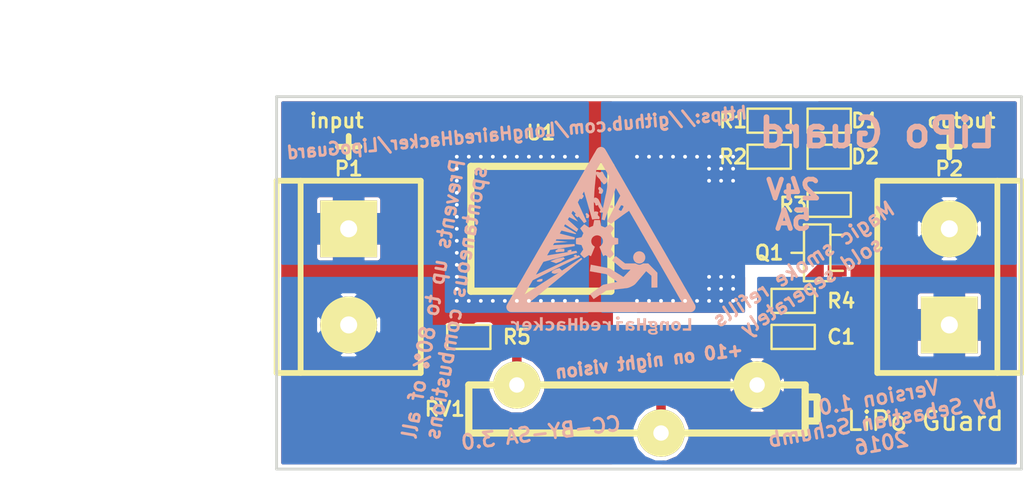
<source format=kicad_pcb>
(kicad_pcb (version 4) (host pcbnew 4.0.4-stable)
  (layers (0 F.Cu signal hide) (31 B.Cu signal) (34 B.Paste user) (35 F.Paste user) (36 B.SilkS user) (37 F.SilkS user) (38 B.Mask user) (39 F.Mask user) (44 Edge.Cuts user))
  (net 0 "")
  (net 1 VCC)
  (net 2 GND)
  (net 3 "Net-(D1-Pad1)")
  (net 4 "Net-(D2-Pad1)")
  (net 5 "Net-(P2-Pad2)")
  (net 6 "Net-(R3-Pad1)")
  (net 7 "Net-(Q1-Pad2)")
  (net 8 "Net-(Q1-Pad3)")
  (net 9 "Net-(C1-Pad1)")
  (net 10 "Net-(R5-Pad2)")
  (module to252-5:TO252-5L (layer F.Cu) (at 140.97 71.755 90)
    (fp_text reference U1 (at 5.08 0 180) (layer F.SilkS) (effects (font (size 0.75 0.75))))
    (fp_text value BTS6143 hide)
    (pad 3 smd rect (at 0 0 90) (size 6.25094 6.79958) (layers F.Cu F.Paste F.Mask) (net 1 VCC) (clearance 0.14986))
    (pad 1 smd rect (at -2.54 6.59892 90) (size 0.81026 2.99974) (layers F.Cu F.Paste F.Mask) (net 5 "Net-(P2-Pad2)"))
    (pad 2 smd rect (at -1.27 6.59892 90) (size 0.81026 2.99974) (layers F.Cu F.Paste F.Mask) (net 8 "Net-(Q1-Pad3)"))
    (pad 4 smd rect (at 1.27 6.59892 90) (size 0.81026 2.99974) (layers F.Cu F.Paste F.Mask) (net 6 "Net-(R3-Pad1)"))
    (pad 5 smd rect (at 2.54 6.59892 90) (size 0.81026 2.99974) (layers F.Cu F.Paste F.Mask) (net 5 "Net-(P2-Pad2)"))
  )
  (module connect:bornier2 (layer F.Cu) (at 162.56 74.295 90)
    (fp_text reference P2 (at 5.715 0 180) (layer F.SilkS) (effects (font (size 0.75 0.75))))
    (fp_text value CONN_2 hide)
    (pad 1 thru_hole rect (at -2.54 0 90) (size 3 3) (drill 0.9) (layers *.Cu *.Mask F.SilkS) (net 2 GND))
    (pad 2 thru_hole circle (at 2.54 0 90) (size 3 3) (drill 0.9) (layers *.Cu *.Mask F.SilkS) (net 5 "Net-(P2-Pad2)"))
  )
  (module libcms:SM0603 (layer F.Cu) (at 156.21 66.04)
    (fp_text reference D1 (at 1.905 0) (layer F.SilkS) (effects (font (size 0.75 0.75))))
    (fp_text value LED hide)
    (pad 1 smd rect (at -0.762 0) (size 0.635 1.143) (layers F.Cu F.Paste F.Mask) (net 3 "Net-(D1-Pad1)"))
    (pad 2 smd rect (at 0.762 0) (size 0.635 1.143) (layers F.Cu F.Paste F.Mask) (net 2 GND))
  )
  (module libcms:SM0603 (layer F.Cu) (at 156.21 67.945)
    (fp_text reference D2 (at 1.905 0) (layer F.SilkS) (effects (font (size 0.75 0.75))))
    (fp_text value LED hide)
    (pad 1 smd rect (at -0.762 0) (size 0.635 1.143) (layers F.Cu F.Paste F.Mask) (net 4 "Net-(D2-Pad1)"))
    (pad 2 smd rect (at 0.762 0) (size 0.635 1.143) (layers F.Cu F.Paste F.Mask) (net 2 GND))
  )
  (module connect:bornier2 (layer F.Cu) (at 130.81 74.295 270)
    (fp_text reference P1 (at -5.715 0 360) (layer F.SilkS) (effects (font (size 0.75 0.75))))
    (fp_text value CONN_2 hide)
    (pad 1 thru_hole rect (at -2.54 0 270) (size 3 3) (drill 0.9) (layers *.Cu *.Mask F.SilkS) (net 1 VCC))
    (pad 2 thru_hole circle (at 2.54 0 270) (size 3 3) (drill 0.9) (layers *.Cu *.Mask F.SilkS) (net 2 GND))
  )
  (module libcms:SM0603 (layer F.Cu) (at 153.035 66.04)
    (fp_text reference R1 (at -1.905 0) (layer F.SilkS) (effects (font (size 0.75 0.75))))
    (fp_text value R hide)
    (pad 1 smd rect (at -0.762 0) (size 0.635 1.143) (layers F.Cu F.Paste F.Mask) (net 1 VCC))
    (pad 2 smd rect (at 0.762 0) (size 0.635 1.143) (layers F.Cu F.Paste F.Mask) (net 3 "Net-(D1-Pad1)"))
  )
  (module libcms:SM0603 (layer F.Cu) (at 153.035 67.945)
    (fp_text reference R2 (at -1.905 0) (layer F.SilkS) (effects (font (size 0.75 0.75))))
    (fp_text value R hide)
    (pad 1 smd rect (at -0.762 0) (size 0.635 1.143) (layers F.Cu F.Paste F.Mask) (net 5 "Net-(P2-Pad2)"))
    (pad 2 smd rect (at 0.762 0) (size 0.635 1.143) (layers F.Cu F.Paste F.Mask) (net 4 "Net-(D2-Pad1)"))
  )
  (module libcms:SM0603 (layer F.Cu) (at 154.305 75.565)
    (fp_text reference R4 (at 2.54 0) (layer F.SilkS) (effects (font (size 0.75 0.75))))
    (fp_text value 4.7k hide)
    (pad 1 smd rect (at -0.762 0) (size 0.635 1.143) (layers F.Cu F.Paste F.Mask) (net 9 "Net-(C1-Pad1)"))
    (pad 2 smd rect (at 0.762 0) (size 0.635 1.143) (layers F.Cu F.Paste F.Mask) (net 7 "Net-(Q1-Pad2)"))
  )
  (module libcms:SM0603 (layer F.Cu) (at 156.21 70.485)
    (fp_text reference R3 (at -1.905 0) (layer F.SilkS) (effects (font (size 0.75 0.75))))
    (fp_text value R hide)
    (pad 1 smd rect (at -0.762 0) (size 0.635 1.143) (layers F.Cu F.Paste F.Mask) (net 6 "Net-(R3-Pad1)"))
    (pad 2 smd rect (at 0.762 0) (size 0.635 1.143) (layers F.Cu F.Paste F.Mask) (net 2 GND))
  )
  (module misc:trimmer1 (layer F.Cu) (at 146.05 81.28 180)
    (fp_text reference RV1 (at 10.16 0 180) (layer F.SilkS) (effects (font (size 0.75 0.75))))
    (fp_text value 5k hide)
    (pad 1 thru_hole circle (at -6.35 1.27 180) (size 2.49936 2.49936) (drill 0.8128) (layers *.Cu *.Mask F.SilkS) (net 2 GND))
    (pad 2 thru_hole circle (at -1.27 -1.27 180) (size 2.49936 2.49936) (drill 0.8128) (layers *.Cu *.Mask F.SilkS) (net 9 "Net-(C1-Pad1)"))
    (pad 3 thru_hole circle (at 6.35 1.27 180) (size 2.49936 2.49936) (drill 0.8128) (layers *.Cu *.Mask F.SilkS) (net 10 "Net-(R5-Pad2)"))
  )
  (module misc:sot23BEC (layer F.Cu) (at 155.575 73.025 90)
    (fp_text reference Q1 (at 0 -2.54 180) (layer F.SilkS) (effects (font (size 0.75 0.75))))
    (fp_text value "BC 850C" hide)
    (pad 2 smd rect (at -0.9525 1.05664 90) (size 0.59944 1.00076) (layers F.Cu F.Paste F.Mask) (net 7 "Net-(Q1-Pad2)"))
    (pad 3 smd rect (at 0 -1.05664 90) (size 0.59944 1.00076) (layers F.Cu F.Paste F.Mask) (net 8 "Net-(Q1-Pad3)"))
    (pad 1 smd rect (at 0.9525 1.05664 90) (size 0.59944 1.00076) (layers F.Cu F.Paste F.Mask) (net 2 GND))
  )
  (module libcms:SM0603 (layer F.Cu) (at 154.305 77.47)
    (fp_text reference C1 (at 2.54 0) (layer F.SilkS) (effects (font (size 0.75 0.75))))
    (fp_text value 100nf hide)
    (pad 1 smd rect (at -0.762 0) (size 0.635 1.143) (layers F.Cu F.Paste F.Mask) (net 9 "Net-(C1-Pad1)"))
    (pad 2 smd rect (at 0.762 0) (size 0.635 1.143) (layers F.Cu F.Paste F.Mask) (net 2 GND))
  )
  (module libcms:SM0603 (layer F.Cu) (at 137.16 77.47)
    (fp_text reference R5 (at 2.54 0) (layer F.SilkS) (effects (font (size 0.75 0.75))))
    (fp_text value 10k hide)
    (pad 1 smd rect (at -0.762 0) (size 0.635 1.143) (layers F.Cu F.Paste F.Mask) (net 1 VCC))
    (pad 2 smd rect (at 0.762 0) (size 0.635 1.143) (layers F.Cu F.Paste F.Mask) (net 10 "Net-(R5-Pad2)"))
  )
  (module misc:logo_hacker_silkbot_10_00mm (layer B.Cu) (at 144.145 72.39 180)
    (fp_text reference G*** hide)
    (fp_text value logo_hacker_silkbot_10_00mm hide)
  )
  (gr_text output (at 163.195 66.04) (layer F.SilkS) (effects (font (size 0.75 0.75))))
  (gr_text input (at 130.175 66.04) (layer F.SilkS) (effects (font (size 0.75 0.75))))
  (gr_text "LiPo Guard" (at 161.29 81.915) (layer F.SilkS) (effects (font (size 1 1))))
  (gr_text "CC-BY-SA 3.0" (at 140.97 82.55 7) (layer B.SilkS) (effects (font (size 0.75 0.75)) (justify mirror)))
  (gr_text "+10 on night vision" (at 146.685 78.74 7) (layer B.SilkS) (effects (font (size 0.65 0.65) (thickness 0.1625)) (justify mirror)))
  (gr_text https://github.com/LongHairedHacker/LipoGuard (at 139.7 66.675 5) (layer B.SilkS) (effects (font (size 0.65 0.65)) (justify mirror)))
  (gr_text "24V\n5A" (at 154.305 70.485) (layer B.SilkS) (effects (font (size 1 1) (thickness 0.25)) (justify mirror)))
  (gr_text "Prevents up to 80% of all\nspontaneous combustions" (at 135.89 75.565 80) (layer B.SilkS) (effects (font (size 0.75 0.75)) (justify mirror)))
  (gr_text "Magic smoke refills \nsold seperately" (at 154.94 74.295 33) (layer B.SilkS) (effects (font (size 0.75 0.75)) (justify mirror)))
  (gr_text "Version 1.0 \nby Sebastian Schumb \n2016" (at 158.75 81.915 10) (layer B.SilkS) (effects (font (size 0.75 0.75)) (justify mirror)))
  (gr_text + (at 162.56 67.31) (layer F.SilkS) (effects (font (size 1.5 1.5) (thickness 0.3))))
  (gr_text + (at 130.81 67.31) (layer F.SilkS) (effects (font (size 1.5 1.5) (thickness 0.3))))
  (gr_text "LiPo Guard" (at 158.75 66.675) (layer B.SilkS) (effects (font (size 1.5 1.5) (thickness 0.3)) (justify mirror)))
  (gr_line (start 166.37 64.77) (end 127 64.77) (angle 90) (layer Edge.Cuts) (width 0.15))
  (gr_line (start 127 84.455) (end 166.37 84.455) (angle 90) (layer Edge.Cuts) (width 0.15))
  (gr_line (start 127 64.77) (end 127 84.455) (angle 90) (layer Edge.Cuts) (width 0.15))
  (gr_line (start 166.37 64.77) (end 166.37 84.455) (angle 90) (layer Edge.Cuts) (width 0.15))
  (via (at 141.605 75.565) (size 0.6) (drill 0.2) (layers F.Cu B.Cu) (net 1))
  (via (at 140.97 75.565) (size 0.6) (drill 0.2) (layers F.Cu B.Cu) (net 1))
  (via (at 140.335 75.565) (size 0.6) (drill 0.2) (layers F.Cu B.Cu) (net 1))
  (via (at 139.7 75.565) (size 0.6) (drill 0.2) (layers F.Cu B.Cu) (net 1))
  (via (at 139.065 75.565) (size 0.6) (drill 0.2) (layers F.Cu B.Cu) (net 1))
  (via (at 138.43 75.565) (size 0.6) (drill 0.2) (layers F.Cu B.Cu) (net 1))
  (via (at 137.795 75.565) (size 0.6) (drill 0.2) (layers F.Cu B.Cu) (net 1))
  (via (at 137.16 75.565) (size 0.6) (drill 0.2) (layers F.Cu B.Cu) (net 1))
  (via (at 136.525 75.565) (size 0.6) (drill 0.2) (layers F.Cu B.Cu) (net 1))
  (via (at 136.525 74.93) (size 0.6) (drill 0.2) (layers F.Cu B.Cu) (net 1))
  (via (at 136.525 74.295) (size 0.6) (drill 0.2) (layers F.Cu B.Cu) (net 1))
  (via (at 136.525 73.66) (size 0.6) (drill 0.2) (layers F.Cu B.Cu) (net 1))
  (via (at 136.525 73.025) (size 0.6) (drill 0.2) (layers F.Cu B.Cu) (net 1))
  (via (at 136.525 72.39) (size 0.6) (drill 0.2) (layers F.Cu B.Cu) (net 1))
  (via (at 136.525 71.755) (size 0.6) (drill 0.2) (layers F.Cu B.Cu) (net 1))
  (via (at 136.525 71.12) (size 0.6) (drill 0.2) (layers F.Cu B.Cu) (net 1))
  (via (at 136.525 70.485) (size 0.6) (drill 0.2) (layers F.Cu B.Cu) (net 1))
  (via (at 136.525 69.85) (size 0.6) (drill 0.2) (layers F.Cu B.Cu) (net 1))
  (via (at 136.525 69.215) (size 0.6) (drill 0.2) (layers F.Cu B.Cu) (net 1))
  (via (at 136.525 68.58) (size 0.6) (drill 0.2) (layers F.Cu B.Cu) (net 1))
  (via (at 136.525 67.945) (size 0.6) (drill 0.2) (layers F.Cu B.Cu) (net 1))
  (via (at 142.24 75.565) (size 0.6) (drill 0.2) (layers F.Cu B.Cu) (net 1))
  (via (at 142.875 75.565) (size 0.6) (drill 0.2) (layers F.Cu B.Cu) (net 1))
  (segment (start 140.97 75.565) (end 141.605 75.565) (width 0.5) (layer F.Cu) (net 1))
  (segment (start 141.605 75.565) (end 142.24 75.565) (width 0.5) (layer F.Cu) (net 1))
  (segment (start 142.24 75.565) (end 142.875 75.565) (width 0.5) (layer F.Cu) (net 1))
  (segment (start 140.97 71.755) (end 136.525 71.755) (width 0.5) (layer F.Cu) (net 1))
  (segment (start 140.97 75.565) (end 140.97 71.755) (width 0.5) (layer F.Cu) (net 1))
  (segment (start 137.16 67.945) (end 136.525 67.945) (width 0.5) (layer F.Cu) (net 1))
  (segment (start 136.525 67.945) (end 136.525 68.58) (width 0.5) (layer F.Cu) (net 1))
  (segment (start 136.525 68.58) (end 136.525 69.215) (width 0.5) (layer F.Cu) (net 1))
  (segment (start 136.525 69.215) (end 136.525 69.85) (width 0.5) (layer F.Cu) (net 1))
  (segment (start 136.525 69.85) (end 136.525 70.485) (width 0.5) (layer F.Cu) (net 1))
  (segment (start 136.525 70.485) (end 136.525 71.12) (width 0.5) (layer F.Cu) (net 1))
  (segment (start 136.525 71.12) (end 136.525 71.755) (width 0.5) (layer F.Cu) (net 1))
  (via (at 137.16 67.945) (size 0.6) (drill 0.2) (layers F.Cu B.Cu) (net 1))
  (segment (start 137.16 67.945) (end 137.795 67.945) (width 0.5) (layer F.Cu) (net 1))
  (segment (start 138.43 67.945) (end 137.795 67.945) (width 0.5) (layer F.Cu) (net 1))
  (segment (start 139.065 67.945) (end 138.43 67.945) (width 0.5) (layer F.Cu) (net 1))
  (segment (start 139.7 67.945) (end 139.065 67.945) (width 0.5) (layer F.Cu) (net 1))
  (segment (start 140.335 67.945) (end 139.7 67.945) (width 0.5) (layer F.Cu) (net 1))
  (segment (start 140.97 67.945) (end 140.335 67.945) (width 0.5) (layer F.Cu) (net 1))
  (via (at 140.97 67.945) (size 0.6) (drill 0.2) (layers F.Cu B.Cu) (net 1))
  (via (at 140.335 67.945) (size 0.6) (drill 0.2) (layers F.Cu B.Cu) (net 1))
  (via (at 139.7 67.945) (size 0.6) (drill 0.2) (layers F.Cu B.Cu) (net 1))
  (via (at 139.065 67.945) (size 0.6) (drill 0.2) (layers F.Cu B.Cu) (net 1))
  (via (at 138.43 67.945) (size 0.6) (drill 0.2) (layers F.Cu B.Cu) (net 1))
  (via (at 137.795 67.945) (size 0.6) (drill 0.2) (layers F.Cu B.Cu) (net 1))
  (segment (start 140.97 67.945) (end 140.97 71.755) (width 0.5) (layer F.Cu) (net 1))
  (segment (start 136.525 75.565) (end 137.16 75.565) (width 0.5) (layer F.Cu) (net 1))
  (segment (start 137.16 75.565) (end 137.795 75.565) (width 0.5) (layer F.Cu) (net 1))
  (segment (start 137.795 75.565) (end 138.43 75.565) (width 0.5) (layer F.Cu) (net 1))
  (segment (start 138.43 75.565) (end 139.065 75.565) (width 0.5) (layer F.Cu) (net 1))
  (segment (start 139.065 75.565) (end 139.7 75.565) (width 0.5) (layer F.Cu) (net 1))
  (segment (start 139.7 75.565) (end 140.335 75.565) (width 0.5) (layer F.Cu) (net 1))
  (segment (start 140.335 75.565) (end 140.97 75.565) (width 0.5) (layer F.Cu) (net 1))
  (segment (start 136.525 71.755) (end 136.525 72.39) (width 0.5) (layer F.Cu) (net 1))
  (segment (start 136.525 72.39) (end 136.525 73.025) (width 0.5) (layer F.Cu) (net 1))
  (segment (start 136.525 73.025) (end 136.525 73.66) (width 0.5) (layer F.Cu) (net 1))
  (segment (start 136.525 73.66) (end 136.525 74.295) (width 0.5) (layer F.Cu) (net 1))
  (segment (start 136.525 74.295) (end 136.525 74.93) (width 0.5) (layer F.Cu) (net 1))
  (segment (start 136.525 74.93) (end 136.525 75.565) (width 0.5) (layer F.Cu) (net 1))
  (via (at 141.605 67.945) (size 0.6) (drill 0.2) (layers F.Cu B.Cu) (net 1))
  (via (at 142.24 67.945) (size 0.6) (drill 0.2) (layers F.Cu B.Cu) (net 1))
  (via (at 142.875 67.945) (size 0.6) (drill 0.2) (layers F.Cu B.Cu) (net 1))
  (segment (start 140.97 67.945) (end 141.605 67.945) (width 0.5) (layer F.Cu) (net 1))
  (segment (start 141.605 67.945) (end 142.24 67.945) (width 0.5) (layer F.Cu) (net 1))
  (segment (start 142.24 67.945) (end 142.875 67.945) (width 0.5) (layer F.Cu) (net 1))
  (segment (start 152.273 66.04) (end 142.24 66.04) (width 0.5) (layer F.Cu) (net 1))
  (segment (start 140.97 67.31) (end 140.97 67.945) (width 0.5) (layer F.Cu) (net 1))
  (segment (start 142.24 66.04) (end 140.97 67.31) (width 0.5) (layer F.Cu) (net 1))
  (segment (start 153.797 66.04) (end 155.448 66.04) (width 0.75) (layer F.Cu) (net 3))
  (segment (start 153.797 67.945) (end 155.448 67.945) (width 0.75) (layer F.Cu) (net 4))
  (via (at 150.495 69.215) (size 0.6) (drill 0.2) (layers F.Cu B.Cu) (net 5))
  (via (at 149.86 69.215) (size 0.6) (drill 0.2) (layers F.Cu B.Cu) (net 5))
  (via (at 149.86 74.295) (size 0.6) (drill 0.2) (layers F.Cu B.Cu) (net 5))
  (segment (start 151.13 74.93) (end 151.13 74.295) (width 0.5) (layer F.Cu) (net 5))
  (segment (start 150.495 74.295) (end 151.13 74.295) (width 0.5) (layer F.Cu) (net 5))
  (segment (start 150.495 74.295) (end 149.86 74.295) (width 0.5) (layer F.Cu) (net 5))
  (via (at 151.13 74.93) (size 0.6) (drill 0.2) (layers F.Cu B.Cu) (net 5))
  (via (at 151.13 74.295) (size 0.6) (drill 0.2) (layers F.Cu B.Cu) (net 5))
  (via (at 150.495 74.295) (size 0.6) (drill 0.2) (layers F.Cu B.Cu) (net 5))
  (via (at 149.86 74.93) (size 0.6) (drill 0.2) (layers F.Cu B.Cu) (net 5))
  (segment (start 149.86 74.93) (end 150.495 74.93) (width 0.5) (layer F.Cu) (net 5))
  (segment (start 150.495 74.93) (end 151.13 74.93) (width 0.5) (layer F.Cu) (net 5))
  (via (at 150.495 74.93) (size 0.6) (drill 0.2) (layers F.Cu B.Cu) (net 5))
  (via (at 151.13 75.565) (size 0.6) (drill 0.2) (layers F.Cu B.Cu) (net 5))
  (via (at 150.495 75.565) (size 0.6) (drill 0.2) (layers F.Cu B.Cu) (net 5))
  (via (at 149.86 75.565) (size 0.6) (drill 0.2) (layers F.Cu B.Cu) (net 5))
  (via (at 149.225 75.565) (size 0.6) (drill 0.2) (layers F.Cu B.Cu) (net 5))
  (via (at 148.59 75.565) (size 0.6) (drill 0.2) (layers F.Cu B.Cu) (net 5))
  (segment (start 148.59 75.565) (end 149.225 75.565) (width 0.5) (layer F.Cu) (net 5))
  (segment (start 149.225 75.565) (end 149.86 75.565) (width 0.5) (layer F.Cu) (net 5))
  (segment (start 149.86 75.565) (end 150.495 75.565) (width 0.5) (layer F.Cu) (net 5))
  (segment (start 151.13 75.565) (end 150.495 75.565) (width 0.5) (layer F.Cu) (net 5))
  (via (at 147.32 75.565) (size 0.6) (drill 0.2) (layers F.Cu B.Cu) (net 5))
  (via (at 147.955 75.565) (size 0.6) (drill 0.2) (layers F.Cu B.Cu) (net 5))
  (segment (start 147.955 75.565) (end 147.32 75.565) (width 0.5) (layer F.Cu) (net 5))
  (segment (start 147.955 75.565) (end 148.59 75.565) (width 0.5) (layer F.Cu) (net 5))
  (segment (start 151.13 74.93) (end 151.13 75.565) (width 0.5) (layer F.Cu) (net 5))
  (via (at 151.13 69.215) (size 0.6) (drill 0.2) (layers F.Cu B.Cu) (net 5))
  (via (at 151.13 68.58) (size 0.6) (drill 0.2) (layers F.Cu B.Cu) (net 5))
  (via (at 150.495 68.58) (size 0.6) (drill 0.2) (layers F.Cu B.Cu) (net 5))
  (segment (start 149.86 69.215) (end 150.495 69.215) (width 0.5) (layer F.Cu) (net 5))
  (segment (start 150.495 69.215) (end 151.13 69.215) (width 0.5) (layer F.Cu) (net 5))
  (segment (start 151.13 69.215) (end 151.13 68.58) (width 0.5) (layer F.Cu) (net 5))
  (segment (start 150.495 68.58) (end 151.13 68.58) (width 0.5) (layer F.Cu) (net 5))
  (segment (start 149.86 68.58) (end 150.495 68.58) (width 0.5) (layer F.Cu) (net 5))
  (via (at 149.86 68.58) (size 0.6) (drill 0.2) (layers F.Cu B.Cu) (net 5))
  (segment (start 151.13 68.58) (end 151.13 67.945) (width 0.5) (layer F.Cu) (net 5))
  (via (at 151.13 67.945) (size 0.6) (drill 0.2) (layers F.Cu B.Cu) (net 5))
  (segment (start 151.13 67.945) (end 150.495 67.945) (width 0.5) (layer F.Cu) (net 5))
  (segment (start 149.86 67.945) (end 150.495 67.945) (width 0.5) (layer F.Cu) (net 5))
  (segment (start 149.225 67.945) (end 149.86 67.945) (width 0.5) (layer F.Cu) (net 5))
  (segment (start 148.59 67.945) (end 149.225 67.945) (width 0.5) (layer F.Cu) (net 5))
  (segment (start 147.955 67.945) (end 148.59 67.945) (width 0.5) (layer F.Cu) (net 5))
  (segment (start 147.32 67.945) (end 147.955 67.945) (width 0.5) (layer F.Cu) (net 5))
  (via (at 147.32 67.945) (size 0.6) (drill 0.2) (layers F.Cu B.Cu) (net 5))
  (via (at 147.955 67.945) (size 0.6) (drill 0.2) (layers F.Cu B.Cu) (net 5))
  (via (at 148.59 67.945) (size 0.6) (drill 0.2) (layers F.Cu B.Cu) (net 5))
  (via (at 149.225 67.945) (size 0.6) (drill 0.2) (layers F.Cu B.Cu) (net 5))
  (via (at 149.86 67.945) (size 0.6) (drill 0.2) (layers F.Cu B.Cu) (net 5))
  (via (at 150.495 67.945) (size 0.6) (drill 0.2) (layers F.Cu B.Cu) (net 5))
  (via (at 146.685 75.565) (size 0.6) (drill 0.2) (layers F.Cu B.Cu) (net 5))
  (segment (start 146.685 75.565) (end 147.32 75.565) (width 0.5) (layer F.Cu) (net 5))
  (via (at 146.05 75.565) (size 0.6) (drill 0.2) (layers F.Cu B.Cu) (net 5))
  (segment (start 146.05 75.565) (end 146.685 75.565) (width 0.5) (layer F.Cu) (net 5))
  (segment (start 147.56892 75.31608) (end 147.32 75.565) (width 0.5) (layer F.Cu) (net 5))
  (segment (start 147.56892 74.295) (end 147.56892 75.31608) (width 0.5) (layer F.Cu) (net 5))
  (segment (start 149.86 69.215) (end 147.56892 69.215) (width 0.5) (layer F.Cu) (net 5))
  (via (at 146.685 67.945) (size 0.6) (drill 0.2) (layers F.Cu B.Cu) (net 5))
  (via (at 146.05 67.945) (size 0.6) (drill 0.2) (layers F.Cu B.Cu) (net 5))
  (segment (start 146.05 67.945) (end 146.685 67.945) (width 0.5) (layer F.Cu) (net 5))
  (segment (start 146.685 67.945) (end 147.32 67.945) (width 0.5) (layer F.Cu) (net 5))
  (segment (start 147.56892 68.19392) (end 147.32 67.945) (width 0.5) (layer F.Cu) (net 5))
  (segment (start 147.56892 68.19392) (end 147.56892 69.215) (width 0.5) (layer F.Cu) (net 5))
  (segment (start 147.56892 70.485) (end 155.448 70.485) (width 0.5) (layer F.Cu) (net 6))
  (segment (start 156.63164 73.9775) (end 156.63164 75.14336) (width 0.5) (layer F.Cu) (net 7))
  (segment (start 156.21 75.565) (end 155.067 75.565) (width 0.5) (layer F.Cu) (net 7))
  (segment (start 156.63164 75.14336) (end 156.21 75.565) (width 0.5) (layer F.Cu) (net 7))
  (segment (start 147.56892 73.025) (end 154.51836 73.025) (width 0.5) (layer F.Cu) (net 8))
  (segment (start 153.543 77.47) (end 149.225 77.47) (width 0.5) (layer F.Cu) (net 9))
  (segment (start 147.32 79.375) (end 149.225 77.47) (width 0.5) (layer F.Cu) (net 9))
  (segment (start 147.32 79.375) (end 147.32 82.55) (width 0.5) (layer F.Cu) (net 9))
  (segment (start 153.543 75.565) (end 153.543 77.47) (width 0.5) (layer F.Cu) (net 9))
  (segment (start 139.7 80.01) (end 139.7 78.105) (width 0.5) (layer F.Cu) (net 10))
  (segment (start 139.065 77.47) (end 137.922 77.47) (width 0.5) (layer F.Cu) (net 10))
  (segment (start 139.7 78.105) (end 139.065 77.47) (width 0.5) (layer F.Cu) (net 10))
  (zone (net 1) (net_name VCC) (layer F.Cu) (connect_pads (clearance 0.17)) (min_thickness 0.17) (fill yes (arc_segments 16) (thermal_gap 0.17) (thermal_bridge_width 2))
    (polygon (pts (xy 127 64.77) (xy 127 84.455) (xy 144.78 84.455) (xy 144.78 64.77)))
  )
  (zone (net 5) (net_name "Net-(P2-Pad2)") (layer B.Cu) (connect_pads (clearance 0.17)) (min_thickness 0.17) (fill yes (arc_segments 16) (thermal_gap 0.17) (thermal_bridge_width 2))
    (polygon (pts (xy 166.37 73.66) (xy 151.765 73.66) (xy 151.765 76.2) (xy 144.145 76.2) (xy 144.145 64.77) (xy 166.37 64.77)))
  )
  (zone (net 1) (net_name VCC) (layer B.Cu) (connect_pads (clearance 0.17)) (min_thickness 0.17) (fill yes (arc_segments 16) (thermal_gap 0.17) (thermal_bridge_width 2))
    (polygon (pts (xy 127 64.77) (xy 143.51 64.77) (xy 143.51 76.2) (xy 135.89 76.2) (xy 135.89 73.66) (xy 127 73.66)))
  )
  (zone (net 2) (net_name GND) (layer B.Cu) (connect_pads (clearance 0.17)) (min_thickness 0.17) (fill yes (arc_segments 16) (thermal_gap 0.17) (thermal_bridge_width 2))
    (polygon (pts (xy 127 74.295) (xy 135.255 74.295) (xy 135.255 76.835) (xy 152.4 76.835) (xy 152.4 74.295) (xy 166.37 74.295) (xy 166.37 84.455) (xy 127 84.455)))
  )
  (zone (net 5) (net_name "Net-(P2-Pad2)") (layer F.Cu) (connect_pads (clearance 0.17)) (min_thickness 0.17) (fill yes (arc_segments 16) (thermal_gap 0.17) (thermal_bridge_width 2))
    (polygon (pts (xy 145.415 67.945) (xy 145.415 69.85) (xy 152.4 69.85) (xy 153.035 69.215) (xy 153.035 67.31) (xy 146.05 67.31)))
  )
  (zone (net 5) (net_name "Net-(P2-Pad2)") (layer F.Cu) (connect_pads (clearance 0.17)) (min_thickness 0.17) (fill yes (arc_segments 16) (thermal_gap 0.17) (thermal_bridge_width 2))
    (polygon (pts (xy 145.415 73.66) (xy 151.13 73.66) (xy 151.765 74.295) (xy 151.765 75.565) (xy 151.13 76.2) (xy 146.05 76.2) (xy 145.415 75.565)))
  )
  (zone (net 2) (net_name GND) (layer F.Cu) (connect_pads (clearance 0.17)) (min_thickness 0.17) (fill yes (arc_segments 16) (thermal_gap 0.17) (thermal_bridge_width 2))
    (polygon (pts (xy 147.32 84.455) (xy 147.32 79.375) (xy 149.225 77.47) (xy 153.67 77.47) (xy 153.67 74.93) (xy 154.305 74.295) (xy 154.94 74.295) (xy 155.575 73.66) (xy 155.575 64.77) (xy 166.37 64.77) (xy 166.37 84.455)))
  )
)
</source>
